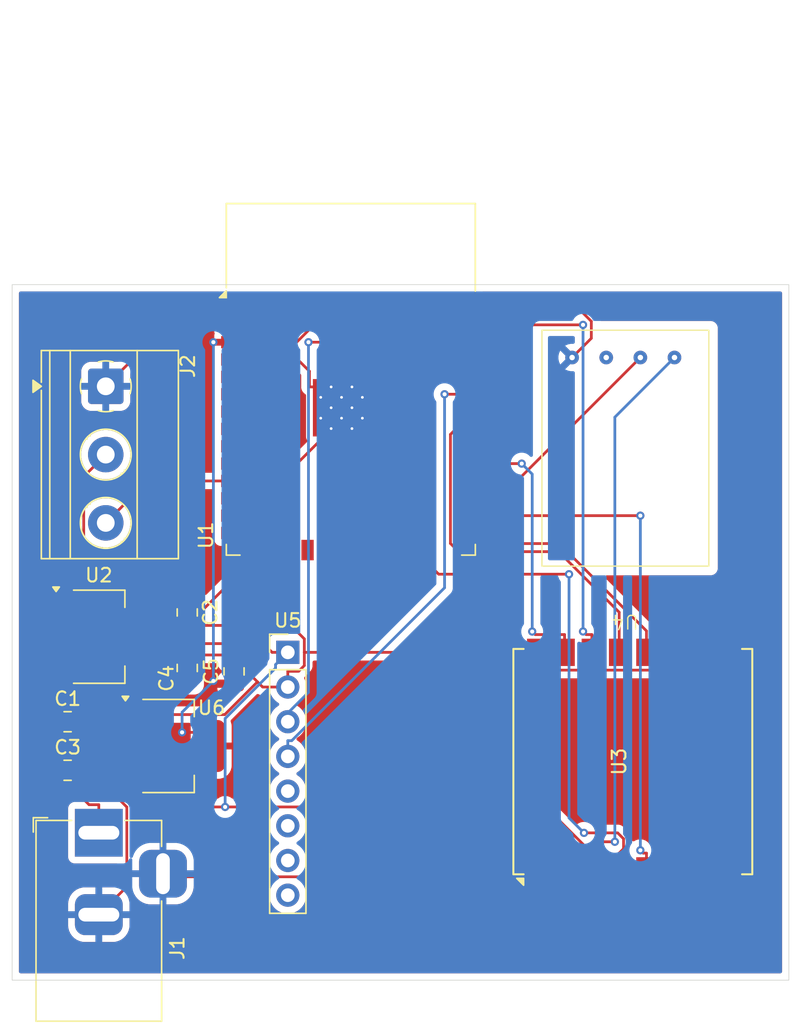
<source format=kicad_pcb>
(kicad_pcb (version 20241229) (generator "pcbnew") (generator_version "9.0")
  (layers (0 "F.Cu" signal) (2 "B.Cu" signal) (13 "F.Paste" user) (15 "B.Paste" user) (5 "F.SilkS" user "F.Silkscreen") (7 "B.SilkS" user "B.Silkscreen") (1 "F.Mask" user) (3 "B.Mask" user) (25 "Edge.Cuts" user))
  (net 0 "")
  (net 1 "GND")
  (net 2 "Net-(U2-VI)")
  (net 3 "+5V")
  (net 4 "+3.3V")
  (net 5 "/Soil_moisture")
  (net 6 "/DATA")
  (net 9 "/MISO")
  (net 10 "/SCK")
  (net 18 "/SDA")
  (net 27 "/SCL")
  (net 31 "/DIO0")
  (net 34 "/~{NSS}")
  (net 35 "/MOSI")
  (net 36 "/~{RESET}")
  (footprint "Connector_BarrelJack:BarrelJack_Horizontal" (layer "F.Cu") (at 145.923 91.313 90)
    (property "Reference" "J1" (at -8.45 5.75 90) (layer "F.SilkS"))
    (property "Value" "Barrel_Jack_Switch")
    (fp_line (start 0.05 -4.8) (end 1.1 -4.8) (stroke (width 0.12)) (layer "F.SilkS"))
    (fp_line (start 0.9 -4.6) (end 0.9 -2) (stroke (width 0.12)) (layer "F.SilkS"))
    (fp_line (start -13.8 -4.6) (end 0.9 -4.6) (stroke (width 0.12)) (layer "F.SilkS"))
    (fp_line (start 1.1 -3.75) (end 1.1 -4.8) (stroke (width 0.12)) (layer "F.SilkS"))
    (fp_line (start 0.9 1.9) (end 0.9 4.6) (stroke (width 0.12)) (layer "F.SilkS"))
    (fp_line (start 0.9 4.6) (end -1 4.6) (stroke (width 0.12)) (layer "F.SilkS"))
    (fp_line (start -5 4.6) (end -13.8 4.6) (stroke (width 0.12)) (layer "F.SilkS"))
    (fp_line (start -13.8 4.6) (end -13.8 -4.6) (stroke (width 0.12)) (layer "F.SilkS"))
    (pad "1" thru_hole rect (at 0 0 90) (size 3.5 3.5) (drill oval 1 3) (layers "*.Cu" "*.Mask") (net 2 "Net-(U2-VI)"))
    (pad "2" thru_hole roundrect (at -6 0 90) (size 3 3.5) (drill oval 1 3) (layers "*.Cu" "*.Mask") (net 1 "GND"))
    (pad "3" thru_hole roundrect (at -3 4.7 90) (size 3.5 3.5) (drill oval 3 1) (layers "*.Cu" "*.Mask") (net 1 "GND"))
  )
  (footprint "Connector_PinHeader_2.54mm:PinHeader_1x08_P2.54mm_Vertical" (layer "F.Cu") (at 159.766 78.105)
    (property "Reference" "U5" (at 0 -2.33 0) (layer "F.SilkS"))
    (property "Value" "~")
    (fp_line (start -1.33 -1.33) (end 0 -1.33) (stroke (width 0.12)) (layer "F.SilkS"))
    (fp_line (start -1.33 0) (end -1.33 -1.33) (stroke (width 0.12)) (layer "F.SilkS"))
    (fp_line (start -1.33 1.27) (end -1.33 19.11) (stroke (width 0.12)) (layer "F.SilkS"))
    (fp_line (start -1.33 1.27) (end 1.33 1.27) (stroke (width 0.12)) (layer "F.SilkS"))
    (fp_line (start -1.33 19.11) (end 1.33 19.11) (stroke (width 0.12)) (layer "F.SilkS"))
    (fp_line (start 1.33 1.27) (end 1.33 19.11) (stroke (width 0.12)) (layer "F.SilkS"))
    (pad "1" thru_hole rect (at 0 0) (size 1.7 1.7) (drill 1) (layers "*.Cu" "*.Mask") (net 3 "+5V"))
    (pad "2" thru_hole oval (at 0 2.54) (size 1.7 1.7) (drill 1) (layers "*.Cu" "*.Mask") (net 1 "GND"))
    (pad "3" thru_hole oval (at 0 5.08) (size 1.7 1.7) (drill 1) (layers "*.Cu" "*.Mask") (net 27 "/SCL"))
    (pad "4" thru_hole oval (at 0 7.62) (size 1.7 1.7) (drill 1) (layers "*.Cu" "*.Mask") (net 18 "/SDA"))
    (pad "5" thru_hole oval (at 0 10.16) (size 1.7 1.7) (drill 1) (layers "*.Cu" "*.Mask"))
    (pad "6" thru_hole oval (at 0 12.7) (size 1.7 1.7) (drill 1) (layers "*.Cu" "*.Mask"))
    (pad "7" thru_hole oval (at 0 15.24) (size 1.7 1.7) (drill 1) (layers "*.Cu" "*.Mask"))
    (pad "8" thru_hole oval (at 0 17.78) (size 1.7 1.7) (drill 1) (layers "*.Cu" "*.Mask"))
  )
  (footprint "Capacitor_SMD:C_0805_2012Metric" (layer "F.Cu") (at 155.829 79.502 90)
    (property "Reference" "C5" (at 0 -1.68 90) (layer "F.SilkS"))
    (property "Value" "0.1u")
    (fp_line (start -0.261252 -0.735) (end 0.261252 -0.735) (stroke (width 0.12)) (layer "F.SilkS"))
    (fp_line (start -0.261252 0.735) (end 0.261252 0.735) (stroke (width 0.12)) (layer "F.SilkS"))
    (pad "1" smd roundrect (at -0.95 0 90) (size 1 1.45) (layers "F.Cu" "F.Mask" "F.Paste") (net 4 "+3.3V"))
    (pad "2" smd roundrect (at 0.95 0 90) (size 1 1.45) (layers "F.Cu" "F.Mask" "F.Paste") (net 1 "GND"))
  )
  (footprint "TerminalBlock_Phoenix:TerminalBlock_Phoenix_MKDS-1,5-3_1x03_P5.00mm_Horizontal" (layer "F.Cu") (at 146.431 58.627 -90)
    (property "Reference" "J2" (at -1.477 -6.0145 90) (layer "F.SilkS"))
    (property "Value" "Conn_01x03_Socket")
    (fp_line (start -2.62 4.72) (end -0.3 4.72) (stroke (width 0.12)) (layer "F.SilkS"))
    (fp_line (start 0.3 4.72) (end 12.62 4.72) (stroke (width 0.12)) (layer "F.SilkS"))
    (fp_line (start -2.62 4.1) (end 12.62 4.1) (stroke (width 0.12)) (layer "F.SilkS"))
    (fp_line (start -2.62 2.6) (end 12.62 2.6) (stroke (width 0.12)) (layer "F.SilkS"))
    (fp_line (start 3.86 1.367) (end 3.816 1.41) (stroke (width 0.12)) (layer "F.SilkS"))
    (fp_line (start 8.86 1.367) (end 8.816 1.41) (stroke (width 0.12)) (layer "F.SilkS"))
    (fp_line (start 3.633 1.14) (end 3.589 1.183) (stroke (width 0.12)) (layer "F.SilkS"))
    (fp_line (start 8.633 1.14) (end 8.589 1.183) (stroke (width 0.12)) (layer "F.SilkS"))
    (fp_line (start 6.411 -1.184) (end 6.367 -1.14) (stroke (width 0.12)) (layer "F.SilkS"))
    (fp_line (start 11.411 -1.184) (end 11.367 -1.14) (stroke (width 0.12)) (layer "F.SilkS"))
    (fp_line (start 6.184 -1.411) (end 6.14 -1.367) (stroke (width 0.12)) (layer "F.SilkS"))
    (fp_line (start 11.184 -1.411) (end 11.14 -1.367) (stroke (width 0.12)) (layer "F.SilkS"))
    (fp_line (start -2.62 -2.3) (end 12.62 -2.3) (stroke (width 0.12)) (layer "F.SilkS"))
    (fp_line (start -2.62 -5.32) (end -2.62 4.72) (stroke (width 0.12)) (layer "F.SilkS"))
    (fp_line (start -2.62 -5.32) (end 12.62 -5.32) (stroke (width 0.12)) (layer "F.SilkS"))
    (fp_line (start 12.62 -5.32) (end 12.62 4.72) (stroke (width 0.12)) (layer "F.SilkS"))
    (fp_arc (start 0.54 1.78) (mid 0.000355 1.860107) (end -0.539321 1.780206) (stroke (width 0.12)) (layer "F.SilkS"))
    (fp_arc (start -1.78 0.54) (mid -1.860107 0.000355) (end -1.780206 -0.539321) (stroke (width 0.12)) (layer "F.SilkS"))
    (fp_arc (start 1.78 -0.54) (mid 1.860107 -0.000355) (end 1.780206 0.539321) (stroke (width 0.12)) (layer "F.SilkS"))
    (fp_arc (start -0.54 -1.78) (mid -0.000355 -1.860107) (end 0.539321 -1.780206) (stroke (width 0.12)) (layer "F.SilkS"))
    (fp_circle (center 5 0) (end 6.86 0) (stroke (width 0.12)) (fill no) (layer "F.SilkS"))
    (fp_circle (center 10 0) (end 11.86 0) (stroke (width 0.12)) (fill no) (layer "F.SilkS"))
    (fp_poly (pts (xy 0 4.72) (xy 0.44 5.33) (xy -0.44 5.33) (xy 0 4.72)) (stroke (width 0.12)) (fill yes) (layer "F.SilkS"))
    (pad "1" thru_hole roundrect (at 0 0 270) (size 2.6 2.6) (drill 1.3) (layers "*.Cu" "*.Mask") (roundrect_rratio 0.096154) (net 1 "GND"))
    (pad "2" thru_hole circle (at 5 0 270) (size 2.6 2.6) (drill 1.3) (layers "*.Cu" "*.Mask") (net 3 "+5V"))
    (pad "3" thru_hole circle (at 10 0 270) (size 2.6 2.6) (drill 1.3) (layers "*.Cu" "*.Mask") (net 5 "/Soil_moisture"))
  )
  (footprint "Capacitor_SMD:C_0805_2012Metric" (layer "F.Cu") (at 152.4 79.248 90)
    (property "Reference" "C4" (at -0.762 -1.524 90) (layer "F.SilkS"))
    (property "Value" "0.1u")
    (fp_line (start -0.261252 -0.735) (end 0.261252 -0.735) (stroke (width 0.12)) (layer "F.SilkS"))
    (fp_line (start -0.261252 0.735) (end 0.261252 0.735) (stroke (width 0.12)) (layer "F.SilkS"))
    (pad "1" smd roundrect (at -0.95 0 90) (size 1 1.45) (layers "F.Cu" "F.Mask" "F.Paste") (net 3 "+5V"))
    (pad "2" smd roundrect (at 0.95 0 90) (size 1 1.45) (layers "F.Cu" "F.Mask" "F.Paste") (net 1 "GND"))
  )
  (footprint "Capacitor_SMD:C_0805_2012Metric" (layer "F.Cu") (at 152.4 75.184 -90)
    (property "Reference" "C2" (at 0 -1.68 90) (layer "F.SilkS"))
    (property "Value" "0.1u")
    (fp_line (start -0.261252 0.735) (end 0.261252 0.735) (stroke (width 0.12)) (layer "F.SilkS"))
    (fp_line (start -0.261252 -0.735) (end 0.261252 -0.735) (stroke (width 0.12)) (layer "F.SilkS"))
    (pad "1" smd roundrect (at -0.95 0 270) (size 1 1.45) (layers "F.Cu" "F.Mask" "F.Paste") (net 3 "+5V"))
    (pad "2" smd roundrect (at 0.95 0 270) (size 1 1.45) (layers "F.Cu" "F.Mask" "F.Paste") (net 1 "GND"))
  )
  (footprint "Package_TO_SOT_SMD:SOT-223-3_TabPin2" (layer "F.Cu") (at 145.923 76.962)
    (property "Reference" "U2" (at 0 -4.5 0) (layer "F.SilkS"))
    (property "Value" "AMS1117")
    (fp_line (start -1.85 -3.41) (end 1.91 -3.41) (stroke (width 0.12)) (layer "F.SilkS"))
    (fp_line (start -1.85 3.41) (end 1.91 3.41) (stroke (width 0.12)) (layer "F.SilkS"))
    (fp_line (start 1.91 -3.41) (end 1.91 -2.15) (stroke (width 0.12)) (layer "F.SilkS"))
    (fp_line (start 1.91 3.41) (end 1.91 2.15) (stroke (width 0.12)) (layer "F.SilkS"))
    (fp_poly (pts (xy -3.13 -3.31) (xy -3.37 -3.64) (xy -2.89 -3.64) (xy -3.13 -3.31)) (stroke (width 0.12)) (fill yes) (layer "F.SilkS"))
    (pad "1" smd roundrect (at -3.15 -2.3) (size 2 1.5) (layers "F.Cu" "F.Mask" "F.Paste") (net 1 "GND"))
    (pad "2" smd roundrect (at -3.15 0) (size 2 1.5) (layers "F.Cu" "F.Mask" "F.Paste") (net 3 "+5V"))
    (pad "2" smd roundrect (at 3.15 0) (size 2 3.8) (layers "F.Cu" "F.Mask" "F.Paste") (net 3 "+5V"))
    (pad "3" smd roundrect (at -3.15 2.3) (size 2 1.5) (layers "F.Cu" "F.Mask" "F.Paste") (net 2 "Net-(U2-VI)"))
  )
  (footprint "RF_Module:ESP32-WROOM-32" (layer "F.Cu") (at 164.3825 61.107)
    (property "Reference" "U1" (at -10.61 8.43 90) (layer "F.SilkS"))
    (property "Value" "ESP32-WROOM-32")
    (fp_line (start -9.12 -15.86) (end -9.12 -9.7) (stroke (width 0.12)) (layer "F.SilkS"))
    (fp_line (start -9.12 -15.86) (end 9.12 -15.86) (stroke (width 0.12)) (layer "F.SilkS"))
    (fp_line (start -9.12 9.1) (end -9.12 9.88) (stroke (width 0.12)) (layer "F.SilkS"))
    (fp_line (start -9.12 9.88) (end -8.12 9.88) (stroke (width 0.12)) (layer "F.SilkS"))
    (fp_line (start 9.12 -15.86) (end 9.12 -9.445) (stroke (width 0.12)) (layer "F.SilkS"))
    (fp_line (start 9.12 9.1) (end 9.12 9.88) (stroke (width 0.12)) (layer "F.SilkS"))
    (fp_line (start 9.12 9.88) (end 8.12 9.88) (stroke (width 0.12)) (layer "F.SilkS"))
    (fp_poly (pts (xy -9.125 -8.975) (xy -9.625 -8.975) (xy -9.125 -9.475) (xy -9.125 -8.975)) (stroke (width 0.12)) (fill yes) (layer "F.SilkS"))
    (pad "1" smd rect (at -8.75 -8.25) (size 1.5 0.9) (layers "F.Cu" "F.Mask" "F.Paste") (net 1 "GND"))
    (pad "2" smd rect (at -8.75 -6.98) (size 1.5 0.9) (layers "F.Cu" "F.Mask" "F.Paste") (net 4 "+3.3V"))
    (pad "3" smd rect (at -8.75 -5.71) (size 1.5 0.9) (layers "F.Cu" "F.Mask" "F.Paste") (net 4 "+3.3V"))
    (pad "4" smd rect (at -8.75 -4.44) (size 1.5 0.9) (layers "F.Cu" "F.Mask" "F.Paste"))
    (pad "5" smd rect (at -8.75 -3.17) (size 1.5 0.9) (layers "F.Cu" "F.Mask" "F.Paste"))
    (pad "6" smd rect (at -8.75 -1.9) (size 1.5 0.9) (layers "F.Cu" "F.Mask" "F.Paste"))
    (pad "7" smd rect (at -8.75 -0.63) (size 1.5 0.9) (layers "F.Cu" "F.Mask" "F.Paste"))
    (pad "8" smd rect (at -8.75 0.64) (size 1.5 0.9) (layers "F.Cu" "F.Mask" "F.Paste"))
    (pad "9" smd rect (at -8.75 1.91) (size 1.5 0.9) (layers "F.Cu" "F.Mask" "F.Paste"))
    (pad "10" smd rect (at -8.75 3.18) (size 1.5 0.9) (layers "F.Cu" "F.Mask" "F.Paste"))
    (pad "11" smd rect (at -8.75 4.45) (size 1.5 0.9) (layers "F.Cu" "F.Mask" "F.Paste") (net 5 "/Soil_moisture"))
    (pad "12" smd rect (at -8.75 5.72) (size 1.5 0.9) (layers "F.Cu" "F.Mask" "F.Paste"))
    (pad "13" smd rect (at -8.75 6.99) (size 1.5 0.9) (layers "F.Cu" "F.Mask" "F.Paste"))
    (pad "14" smd rect (at -8.75 8.26) (size 1.5 0.9) (layers "F.Cu" "F.Mask" "F.Paste"))
    (pad "15" smd rect (at -5.71 9.51 90) (size 1.5 0.9) (layers "F.Cu" "F.Mask" "F.Paste") (net 1 "GND"))
    (pad "16" smd rect (at -4.44 9.51 90) (size 1.5 0.9) (layers "F.Cu" "F.Mask" "F.Paste"))
    (pad "17" smd rect (at -3.17 9.51 90) (size 1.5 0.9) (layers "F.Cu" "F.Mask" "F.Paste"))
    (pad "18" smd rect (at -1.9 9.51 90) (size 1.5 0.9) (layers "F.Cu" "F.Mask" "F.Paste"))
    (pad "19" smd rect (at -0.63 9.51 90) (size 1.5 0.9) (layers "F.Cu" "F.Mask" "F.Paste"))
    (pad "20" smd rect (at 0.64 9.51 90) (size 1.5 0.9) (layers "F.Cu" "F.Mask" "F.Paste"))
    (pad "21" smd rect (at 1.91 9.51 90) (size 1.5 0.9) (layers "F.Cu" "F.Mask" "F.Paste"))
    (pad "22" smd rect (at 3.18 9.51 90) (size 1.5 0.9) (layers "F.Cu" "F.Mask" "F.Paste"))
    (pad "23" smd rect (at 4.45 9.51 90) (size 1.5 0.9) (layers "F.Cu" "F.Mask" "F.Paste"))
    (pad "24" smd rect (at 5.72 9.51 90) (size 1.5 0.9) (layers "F.Cu" "F.Mask" "F.Paste") (net 36 "/~{RESET}"))
    (pad "25" smd rect (at 8.75 8.26) (size 1.5 0.9) (layers "F.Cu" "F.Mask" "F.Paste"))
    (pad "26" smd rect (at 8.75 6.99) (size 1.5 0.9) (layers "F.Cu" "F.Mask" "F.Paste") (net 31 "/DIO0"))
    (pad "27" smd rect (at 8.75 5.72) (size 1.5 0.9) (layers "F.Cu" "F.Mask" "F.Paste"))
    (pad "28" smd rect (at 8.75 4.45) (size 1.5 0.9) (layers "F.Cu" "F.Mask" "F.Paste") (net 6 "/DATA"))
    (pad "29" smd rect (at 8.75 3.18) (size 1.5 0.9) (layers "F.Cu" "F.Mask" "F.Paste") (net 34 "/~{NSS}"))
    (pad "30" smd rect (at 8.75 1.91) (size 1.5 0.9) (layers "F.Cu" "F.Mask" "F.Paste") (net 10 "/SCK"))
    (pad "31" smd rect (at 8.75 0.64) (size 1.5 0.9) (layers "F.Cu" "F.Mask" "F.Paste") (net 9 "/MISO"))
    (pad "32" smd rect (at 8.75 -0.63) (size 1.5 0.9) (layers "F.Cu" "F.Mask" "F.Paste"))
    (pad "33" smd rect (at 8.75 -1.9) (size 1.5 0.9) (layers "F.Cu" "F.Mask" "F.Paste") (net 18 "/SDA"))
    (pad "34" smd rect (at 8.75 -3.17) (size 1.5 0.9) (layers "F.Cu" "F.Mask" "F.Paste"))
    (pad "35" smd rect (at 8.75 -4.44) (size 1.5 0.9) (layers "F.Cu" "F.Mask" "F.Paste"))
    (pad "36" smd rect (at 8.75 -5.71) (size 1.5 0.9) (layers "F.Cu" "F.Mask" "F.Paste") (net 27 "/SCL"))
    (pad "37" smd rect (at 8.75 -6.98) (size 1.5 0.9) (layers "F.Cu" "F.Mask" "F.Paste") (net 35 "/MOSI"))
    (pad "38" smd rect (at 8.75 -8.25) (size 1.5 0.9) (layers "F.Cu" "F.Mask" "F.Paste") (net 1 "GND"))
    (pad "39" smd rect (at -2.205 -2.435) (size 1.05 1.05) (layers "F.Cu" "F.Paste") (net 1 "GND"))
    (pad "39" thru_hole circle (at -2.205 -1.6725) (size 0.6 0.6) (drill 0.2) (property pad_prop_heatsink) (layers "*.Cu" "F.Mask") (net 1 "GND"))
    (pad "39" smd rect (at -2.205 -0.91) (size 1.05 1.05) (layers "F.Cu" "F.Paste") (net 1 "GND"))
    (pad "39" thru_hole circle (at -2.205 -0.1475) (size 0.6 0.6) (drill 0.2) (property pad_prop_heatsink) (layers "*.Cu" "F.Mask") (net 1 "GND"))
    (pad "39" smd rect (at -2.205 0.615) (size 1.05 1.05) (layers "F.Cu" "F.Paste") (net 1 "GND"))
    (pad "39" thru_hole circle (at -1.4425 -2.435) (size 0.6 0.6) (drill 0.2) (property pad_prop_heatsink) (layers "*.Cu" "F.Mask") (net 1 "GND"))
    (pad "39" thru_hole circle (at -1.4425 -0.91) (size 0.6 0.6) (drill 0.2) (property pad_prop_heatsink) (layers "*.Cu" "F.Mask") (net 1 "GND"))
    (pad "39" thru_hole circle (at -1.4425 0.615) (size 0.6 0.6) (drill 0.2) (property pad_prop_heatsink) (layers "*.Cu" "F.Mask") (net 1 "GND"))
    (pad "39" smd rect (at -0.68 -2.435) (size 1.05 1.05) (layers "F.Cu" "F.Paste") (net 1 "GND"))
    (pad "39" thru_hole circle (at -0.68 -1.6725) (size 0.6 0.6) (drill 0.2) (property pad_prop_heatsink) (layers "*.Cu" "F.Mask") (net 1 "GND"))
    (pad "39" smd rect (at -0.68 -0.91) (size 1.05 1.05) (layers "F.Cu" "F.Paste") (net 1 "GND"))
    (pad "39" smd rect (at -0.68 -0.91) (size 4.2 4.2) (property pad_prop_heatsink) (layers "F.Cu" "F.Mask") (net 1 "GND"))
    (pad "39" thru_hole circle (at -0.68 -0.1475) (size 0.6 0.6) (drill 0.2) (property pad_prop_heatsink) (layers "*.Cu" "F.Mask") (net 1 "GND"))
    (pad "39" smd rect (at -0.68 0.615) (size 1.05 1.05) (layers "F.Cu" "F.Paste") (net 1 "GND"))
    (pad "39" thru_hole circle (at 0.0825 -2.435) (size 0.6 0.6) (drill 0.2) (property pad_prop_heatsink) (layers "*.Cu" "F.Mask") (net 1 "GND"))
    (pad "39" thru_hole circle (at 0.0825 -0.91) (size 0.6 0.6) (drill 0.2) (property pad_prop_heatsink) (layers "*.Cu" "F.Mask") (net 1 "GND"))
    (pad "39" thru_hole circle (at 0.0825 0.615) (size 0.6 0.6) (drill 0.2) (property pad_prop_heatsink) (layers "*.Cu" "F.Mask") (net 1 "GND"))
    (pad "39" smd rect (at 0.845 -2.435) (size 1.05 1.05) (layers "F.Cu" "F.Paste") (net 1 "GND"))
    (pad "39" thru_hole circle (at 0.845 -1.6725) (size 0.6 0.6) (drill 0.2) (property pad_prop_heatsink) (layers "*.Cu" "F.Mask") (net 1 "GND"))
    (pad "39" smd rect (at 0.845 -0.91) (size 1.05 1.05) (layers "F.Cu" "F.Paste") (net 1 "GND"))
    (pad "39" thru_hole circle (at 0.845 -0.1475) (size 0.6 0.6) (drill 0.2) (property pad_prop_heatsink) (layers "*.Cu" "F.Mask") (net 1 "GND"))
    (pad "39" smd rect (at 0.845 0.615) (size 1.05 1.05) (layers "F.Cu" "F.Paste") (net 1 "GND"))
    (zone (net 0) (net_name "") (layers "F.Cu" "B.Cu") (connect_pads (clearance 0)) (min_thickness 0.254)
      (keepout (tracks not_allowed) (vias not_allowed) (pads not_allowed) (copperpour not_allowed) (footprints not_allowed))
      (fill (thermal_gap 0.508) (thermal_bridge_width 0.508))
      (polygon (pts (xy 140.3825 51.307) (xy 188.3825 51.307) (xy 188.3825 30.367) (xy 140.3825 30.367)))
    )
  )
  (footprint "Package_TO_SOT_SMD:SOT-223-3_TabPin2" (layer "F.Cu") (at 151.003 84.963)
    (property "Reference" "U6" (at 3.175 -2.794 0) (layer "F.SilkS"))
    (property "Value" "AMS1117")
    (fp_line (start -1.85 -3.41) (end 1.91 -3.41) (stroke (width 0.12)) (layer "F.SilkS"))
    (fp_line (start -1.85 3.41) (end 1.91 3.41) (stroke (width 0.12)) (layer "F.SilkS"))
    (fp_line (start 1.91 -3.41) (end 1.91 -2.15) (stroke (width 0.12)) (layer "F.SilkS"))
    (fp_line (start 1.91 3.41) (end 1.91 2.15) (stroke (width 0.12)) (layer "F.SilkS"))
    (fp_poly (pts (xy -3.13 -3.31) (xy -3.37 -3.64) (xy -2.89 -3.64) (xy -3.13 -3.31)) (stroke (width 0.12)) (fill yes) (layer "F.SilkS"))
    (pad "1" smd roundrect (at -3.15 -2.3) (size 2 1.5) (layers "F.Cu" "F.Mask" "F.Paste") (net 1 "GND"))
    (pad "2" smd roundrect (at -3.15 0) (size 2 1.5) (layers "F.Cu" "F.Mask" "F.Paste") (net 4 "+3.3V"))
    (pad "2" smd roundrect (at 3.15 0) (size 2 3.8) (layers "F.Cu" "F.Mask" "F.Paste") (net 4 "+3.3V"))
    (pad "3" smd roundrect (at -3.15 2.3) (size 2 1.5) (layers "F.Cu" "F.Mask" "F.Paste") (net 3 "+5V"))
  )
  (footprint "Capacitor_SMD:C_0805_2012Metric" (layer "F.Cu") (at 143.637 83.185)
    (property "Reference" "C1" (at 0 -1.68 0) (layer "F.SilkS"))
    (property "Value" "1u")
    (fp_line (start -0.261252 -0.735) (end 0.261252 -0.735) (stroke (width 0.12)) (layer "F.SilkS"))
    (fp_line (start -0.261252 0.735) (end 0.261252 0.735) (stroke (width 0.12)) (layer "F.SilkS"))
    (pad "1" smd roundrect (at -0.95 0) (size 1 1.45) (layers "F.Cu" "F.Mask" "F.Paste") (net 2 "Net-(U2-VI)"))
    (pad "2" smd roundrect (at 0.95 0) (size 1 1.45) (layers "F.Cu" "F.Mask" "F.Paste") (net 1 "GND"))
  )
  (footprint "RF_Module:Ai-Thinker-Ra-01-LoRa" (layer "F.Cu") (at 185.039 86.106 90)
    (property "Reference" "U3" (at 0 -1 90) (layer "F.SilkS"))
    (property "Value" "Ai-Thinker-Ra-02")
    (fp_line (start 8.25 -8.75) (end 8.25 -8) (stroke (width 0.15)) (layer "F.SilkS"))
    (fp_line (start -8.25 -8.75) (end 8.25 -8.75) (stroke (width 0.15)) (layer "F.SilkS"))
    (fp_line (start -8.25 -8) (end -8.25 -8.75) (stroke (width 0.15)) (layer "F.SilkS"))
    (fp_line (start -8.25 8) (end -8.25 8.75) (stroke (width 0.15)) (layer "F.SilkS"))
    (fp_line (start 8.25 8.75) (end 8.25 8) (stroke (width 0.15)) (layer "F.SilkS"))
    (fp_line (start -8.25 8.75) (end 8.25 8.75) (stroke (width 0.15)) (layer "F.SilkS"))
    (fp_poly (pts (xy -8.55 -8) (xy -9.05 -8) (xy -8.55 -8.5) (xy -8.55 -8)) (stroke (width 0.12)) (fill yes) (layer "F.SilkS"))
    (pad "1" smd rect (at -8 -7 90) (size 2 1.5) (layers "F.Cu" "F.Mask" "F.Paste") (net 1 "GND"))
    (pad "2" smd rect (at -8 -5 90) (size 2 1.5) (layers "F.Cu" "F.Mask" "F.Paste") (net 1 "GND"))
    (pad "3" smd rect (at -8 -3 90) (size 2 1.5) (layers "F.Cu" "F.Mask" "F.Paste") (net 3 "+5V"))
    (pad "4" smd rect (at -8 -1 90) (size 2 1.5) (layers "F.Cu" "F.Mask" "F.Paste") (net 36 "/~{RESET}"))
    (pad "5" smd rect (at -8 1 90) (size 2 1.5) (layers "F.Cu" "F.Mask" "F.Paste") (net 31 "/DIO0"))
    (pad "6" smd rect (at -8 3 90) (size 2 1.5) (layers "F.Cu" "F.Mask" "F.Paste"))
    (pad "7" smd rect (at -8 5 90) (size 2 1.5) (layers "F.Cu" "F.Mask" "F.Paste"))
    (pad "8" smd rect (at -8 7 90) (size 2 1.5) (layers "F.Cu" "F.Mask" "F.Paste"))
    (pad "9" smd rect (at 8 7 90) (size 2 1.5) (layers "F.Cu" "F.Mask" "F.Paste") (net 1 "GND"))
    (pad "10" smd rect (at 8 5 90) (size 2 1.5) (layers "F.Cu" "F.Mask" "F.Paste"))
    (pad "11" smd rect (at 8 3 90) (size 2 1.5) (layers "F.Cu" "F.Mask" "F.Paste"))
    (pad "12" smd rect (at 8 1 90) (size 2 1.5) (layers "F.Cu" "F.Mask" "F.Paste") (net 10 "/SCK"))
    (pad "13" smd rect (at 8 -1 90) (size 2 1.5) (layers "F.Cu" "F.Mask" "F.Paste") (net 9 "/MISO"))
    (pad "14" smd rect (at 8 -3 90) (size 2 1.5) (layers "F.Cu" "F.Mask" "F.Paste") (net 35 "/MOSI"))
    (pad "15" smd rect (at 8 -5 90) (size 2 1.5) (layers "F.Cu" "F.Mask" "F.Paste") (net 34 "/~{NSS}"))
    (pad "16" smd rect (at 8 -7 90) (size 2 1.5) (layers "F.Cu" "F.Mask" "F.Paste") (net 1 "GND"))
  )
  (footprint "dht11:dht11_standalone" (layer "F.Cu") (at 190.5905 54.5195 180)
    (property "Reference" "U4" (at 6.113 -21.336 180) (layer "F.SilkS") (effects (font (thickness 0.1))))
    (property "Value" "DHT11")
    (fp_rect (start -0.017 -17.272) (end 12.209 0) (stroke (width 0.1)) (fill no) (layer "F.SilkS"))
    (pad "1" thru_hole circle (at 2.5 -2 180) (size 1 1) (drill 0.4) (layers "*.Cu" "*.Mask") (net 3 "+5V"))
    (pad "2" thru_hole circle (at 5 -2 180) (size 1 1) (drill 0.4) (layers "*.Cu" "*.Mask") (net 6 "/DATA"))
    (pad "3" thru_hole circle (at 7.5 -2 180) (size 1 1) (drill 0.4) (layers "*.Cu" "*.Mask"))
    (pad "4" thru_hole circle (at 10 -2 180) (size 1 1) (drill 0.4) (layers "*.Cu" "*.Mask") (net 1 "GND"))
  )
  (footprint "Capacitor_SMD:C_0805_2012Metric" (layer "F.Cu") (at 143.637 86.741)
    (property "Reference" "C3" (at 0 -1.68 0) (layer "F.SilkS"))
    (property "Value" "1u")
    (fp_line (start -0.261252 -0.735) (end 0.261252 -0.735) (stroke (width 0.12)) (layer "F.SilkS"))
    (fp_line (start -0.261252 0.735) (end 0.261252 0.735) (stroke (width 0.12)) (layer "F.SilkS"))
    (pad "1" smd roundrect (at -0.95 0) (size 1 1.45) (layers "F.Cu" "F.Mask" "F.Paste") (net 2 "Net-(U2-VI)"))
    (pad "2" smd roundrect (at 0.95 0) (size 1 1.45) (layers "F.Cu" "F.Mask" "F.Paste") (net 1 "GND"))
  )
  (gr_rect (start 139.573 51.181) (end 196.469 102.108) (stroke (width 0.05)) (fill no) (layer "Edge.Cuts"))
  (segment (start 147.9747 94.313) (end 150.623 94.313) (width 0.2) (layer "F.Cu") (net 1))
  (segment (start 144.587 86.741) (end 144.587 83.185) (width 0.2) (layer "F.Cu") (net 1))
  (segment (start 162.94 61.722) (end 162.1775 61.722) (width 0.2) (layer "F.Cu") (net 1))
  (segment (start 160.9763 77.1199) (end 159.9904 76.134) (width 0.2) (layer "F.Cu") (net 1))
  (segment (start 159.9904 76.134) (end 152.4 76.134) (width 0.2) (layer "F.Cu") (net 1))
  (segment (start 162.1775 61.722) (end 162.1775 62.5487) (width 0.2) (layer "F.Cu") (net 1))
  (segment (start 158.6725 70.617) (end 158.6725 66.0537) (width 0.2) (layer "F.Cu") (net 1))
  (segment (start 163.7025 61.722) (end 162.94 61.722) (width 0.2) (layer "F.Cu") (net 1))
  (segment (start 163.7025 58.672) (end 162.94 58.672) (width 0.2) (layer "F.Cu") (net 1))
  (segment (start 162.1775 58.672) (end 161.3508 58.672) (width 0.2) (layer "F.Cu") (net 1))
  (segment (start 160.5578 79.4933) (end 160.9763 79.0748) (width 0.2) (layer "F.Cu") (net 1))
  (segment (start 181.9988 55.1112) (end 181.9988 53.868) (width 0.2) (layer "F.Cu") (net 1))
  (segment (start 147.9747 95.2613) (end 147.9747 94.313) (width 0.2) (layer "F.Cu") (net 1))
  (segment (start 178.039 78.106) (end 176.9873 78.106) (width 0.2) (layer "F.Cu") (net 1))
  (segment (start 176.5538 94.5395) (end 150.8495 94.5395) (width 0.2) (layer "F.Cu") (net 1))
  (segment (start 145.2821 86.741) (end 144.587 86.741) (width 0.2) (layer "F.Cu") (net 1))
  (segment (start 160.9763 78.106) (end 160.9763 77.1199) (width 0.2) (layer "F.Cu") (net 1))
  (segment (start 147.9747 89.4336) (end 145.2821 86.741) (width 0.2) (layer "F.Cu") (net 1))
  (segment (start 159.1902 80.645) (end 157.922 80.645) (width 0.2) (layer "F.Cu") (net 1))
  (segment (start 192.039 78.106) (end 192.039 79.4077) (width 0.2) (layer "F.Cu") (net 1))
  (segment (start 144.587 83.185) (end 147.331 83.185) (width 0.2) (layer "F.Cu") (net 1))
  (segment (start 147.331 83.185) (end 147.853 82.663) (width 0.2) (layer "F.Cu") (net 1))
  (segment (start 159.766 79.4933) (end 160.5578 79.4933) (width 0.2) (layer "F.Cu") (net 1))
  (segment (start 150.8495 94.5395) (end 150.623 94.313) (width 0.2) (layer "F.Cu") (net 1))
  (segment (start 164.465 58.672) (end 163.7025 58.672) (width 0.2) (layer "F.Cu") (net 1))
  (segment (start 159.766 80.645) (end 159.1902 80.645) (width 0.2) (layer "F.Cu") (net 1))
  (segment (start 157.5441 80.267) (end 155.829 78.552) (width 0.2) (layer "F.Cu") (net 1))
  (segment (start 158.6725 66.0537) (end 162.1775 62.5487) (width 0.2) (layer "F.Cu") (net 1))
  (segment (start 176.9873 94.106) (end 176.5538 94.5395) (width 0.2) (layer "F.Cu") (net 1))
  (segment (start 158.6725 71.1428) (end 158.6725 71.6687) (width 0.2) (layer "F.Cu") (net 1))
  (segment (start 164.465 61.722) (end 163.7025 61.722) (width 0.2) (layer "F.Cu") (net 1))
  (segment (start 165.2275 60.197) (end 164.465 60.197) (width 0.2) (layer "F.Cu") (net 1))
  (segment (start 145.923 97.313) (end 147.9747 95.2613) (width 0.2) (layer "F.Cu") (net 1))
  (segment (start 147.853 82.663) (end 155.1481 82.663) (width 0.2) (layer "F.Cu") (net 1))
  (segment (start 159.766 80.645) (end 159.766 79.4933) (width 0.2) (layer "F.Cu") (net 1))
  (segment (start 150.928 74.662) (end 152.4 76.134) (width 0.2) (layer "F.Cu") (net 1))
  (segment (start 176.9873 78.106) (end 160.9763 78.106) (width 0.2) (layer "F.Cu") (net 1))
  (segment (start 180.9878 52.857) (end 173.1325 52.857) (width 0.2) (layer "F.Cu") (net 1))
  (segment (start 156.6842 52.857) (end 159.8186 55.9914) (width 0.2) (layer "F.Cu") (net 1))
  (segment (start 192.039 79.4077) (end 178.039 79.4077) (width 0.2) (layer "F.Cu") (net 1))
  (segment (start 152.201 52.857) (end 155.6325 52.857) (width 0.2) (layer "F.Cu") (net 1))
  (segment (start 165.2275 61.722) (end 164.465 61.722) (width 0.2) (layer "F.Cu") (net 1))
  (segment (start 163.7025 60.9595) (end 162.1775 60.9595) (width 0.2) (layer "F.Cu") (net 1))
  (segment (start 159.8186 55.9914) (end 161.3508 57.5236) (width 0.2) (layer "F.Cu") (net 1))
  (segment (start 165.2275 58.672) (end 164.465 58.672) (width 0.2) (layer "F.Cu") (net 1))
  (segment (start 158.6725 71.1428) (end 158.6725 70.617) (width 0.2) (layer "F.Cu") (net 1))
  (segment (start 160.9763 79.0748) (end 160.9763 78.106) (width 0.2) (layer "F.Cu") (net 1))
  (segment (start 162.953 52.857) (end 173.1325 52.857) (width 0.2) (layer "F.Cu") (net 1))
  (segment (start 180.5905 56.5195) (end 181.9988 55.1112) (width 0.2) (layer "F.Cu") (net 1))
  (segment (start 155.575 78.298) (end 152.4 78.298) (width 0.2) (layer "F.Cu") (net 1))
  (segment (start 180.039 94.106) (end 178.039 94.106) (width 0.2) (layer "F.Cu") (net 1))
  (segment (start 157.922 80.645) (end 157.5441 80.267) (width 0.2) (layer "F.Cu") (net 1))
  (segment (start 161.3508 57.5236) (end 161.3508 58.672) (width 0.2) (layer "F.Cu") (net 1))
  (segment (start 165.2275 59.4345) (end 163.7025 59.4345) (width 0.2) (layer "F.Cu") (net 1))
  (segment (start 164.465 60.197) (end 163.7025 60.197) (width 0.2) (layer "F.Cu") (net 1))
  (segment (start 155.1481 82.663) (end 157.5441 80.267) (width 0.2) (layer "F.Cu") (net 1))
  (segment (start 178.039 94.106) (end 176.9873 94.106) (width 0.2) (layer "F.Cu") (net 1))
  (segment (start 155.6325 52.857) (end 156.6842 52.857) (width 0.2) (layer "F.Cu") (net 1))
  (segment (start 147.9747 94.313) (end 147.9747 89.4336) (width 0.2) (layer "F.Cu") (net 1))
  (segment (start 158.6725 71.6687) (end 156.8653 71.6687) (width 0.2) (layer "F.Cu") (net 1))
  (segment (start 146.431 58.627) (end 152.201 52.857) (width 0.2) (layer "F.Cu") (net 1))
  (segment (start 155.829 78.552) (end 155.575 78.298) (width 0.2) (layer "F.Cu") (net 1))
  (segment (start 181.9988 53.868) (end 180.9878 52.857) (width 0.2) (layer "F.Cu") (net 1))
  (segment (start 162.94 60.197) (end 162.1775 60.197) (width 0.2) (layer "F.Cu") (net 1))
  (segment (start 156.8653 71.6687) (end 152.4 76.134) (width 0.2) (layer "F.Cu") (net 1))
  (segment (start 178.039 78.106) (end 178.039 79.4077) (width 0.2) (layer "F.Cu") (net 1))
  (segment (start 163.7025 60.197) (end 162.94 60.197) (width 0.2) (layer "F.Cu") (net 1))
  (segment (start 165.2275 60.9595) (end 163.7025 60.9595) (width 0.2) (layer "F.Cu") (net 1))
  (segment (start 162.94 58.672) (end 162.1775 58.672) (width 0.2) (layer "F.Cu") (net 1))
  (segment (start 142.773 74.662) (end 150.928 74.662) (width 0.2) (layer "F.Cu") (net 1))
  (segment (start 159.8186 55.9914) (end 162.953 52.857) (width 0.2) (layer "F.Cu") (net 1))
  (segment (start 163.7025 59.4345) (end 163.7025 60.9595) (width 0.2) (layer "B.Cu") (net 1))
  (segment (start 162.94 61.722) (end 162.94 60.9595) (width 0.2) (layer "B.Cu") (net 1))
  (segment (start 162.94 60.197) (end 162.94 58.672) (width 0.2) (layer "B.Cu") (net 1))
  (segment (start 162.94 60.9595) (end 162.94 60.197) (width 0.2) (layer "B.Cu") (net 1))
  (segment (start 162.1775 60.9595) (end 162.94 60.9595) (width 0.2) (layer "B.Cu") (net 1))
  (segment (start 162.1775 60.9595) (end 162.1775 59.4345) (width 0.2) (layer "B.Cu") (net 1))
  (segment (start 145.923 91.313) (end 145.923 89.2613) (width 0.2) (layer "F.Cu") (net 2))
  (segment (start 142.687 79.348) (end 142.773 79.262) (width 0.2) (layer "F.Cu") (net 2))
  (segment (start 142.687 83.185) (end 142.687 79.348) (width 0.2) (layer "F.Cu") (net 2))
  (segment (start 145.923 89.2613) (end 145.2073 89.2613) (width 0.2) (layer "F.Cu") (net 2))
  (segment (start 142.687 86.741) (end 142.687 83.185) (width 0.2) (layer "F.Cu") (net 2))
  (segment (start 145.2073 89.2613) (end 142.687 86.741) (width 0.2) (layer "F.Cu") (net 2))
  (segment (start 155.1744 89.4262) (end 150.0162 89.4262) (width 0.2) (layer "F.Cu") (net 3))
  (segment (start 142.773 76.962) (end 149.073 76.962) (width 0.2) (layer "F.Cu") (net 3))
  (segment (start 142.4272 72.7108) (end 141.4365 73.7015) (width 0.2) (layer "F.Cu") (net 3))
  (segment (start 182.039 94.106) (end 182.039 92.8043) (width 0.2) (layer "F.Cu") (net 3))
  (segment (start 158.6143 78.105) (end 157.9742 77.4649) (width 0.2) (layer "F.Cu") (net 3))
  (segment (start 146.3384 74.234) (end 144.8152 72.7108) (width 0.2) (layer "F.Cu") (net 3))
  (segment (start 150.0162 89.4262) (end 147.853 87.263) (width 0.2) (layer "F.Cu") (net 3))
  (segment (start 159.766 78.105) (end 158.6143 78.105) (width 0.2) (layer "F.Cu") (net 3))
  (segment (start 157.9742 77.4649) (end 151.3065 77.4649) (width 0.2) (layer "F.Cu") (net 3))
  (segment (start 182.039 92.8043) (end 182.8671 91.9762) (width 0.2) (layer "F.Cu") (net 3))
  (segment (start 141.4365 75.6255) (end 142.773 76.962) (width 0.2) (layer "F.Cu") (net 3))
  (segment (start 151.3065 79.1045) (end 152.4 80.198) (width 0.2) (layer "F.Cu") (net 3))
  (segment (start 144.8152 65.2428) (end 144.8152 72.7108) (width 0.2) (layer "F.Cu") (net 3))
  (segment (start 155.1744 89.4262) (end 178.6609 89.4262) (width 0.2) (layer "F.Cu") (net 3))
  (segment (start 182.8671 91.9762) (end 183.7224 91.9762) (width 0.2) (layer "F.Cu") (net 3))
  (segment (start 144.8152 72.7108) (end 142.4272 72.7108) (width 0.2) (layer "F.Cu") (net 3))
  (segment (start 151.3065 77.4649) (end 151.3065 79.1045) (width 0.2) (layer "F.Cu") (net 3))
  (segment (start 151.3065 77.4649) (end 149.5759 77.4649) (width 0.2) (layer "F.Cu") (net 3))
  (segment (start 149.5759 77.4649) (end 149.073 76.962) (width 0.2) (layer "F.Cu") (net 3))
  (segment (start 152.4 74.234) (end 146.3384 74.234) (width 0.2) (layer "F.Cu") (net 3))
  (segment (start 178.6609 89.4262) (end 182.039 92.8043) (width 0.2) (layer "F.Cu") (net 3))
  (segment (start 141.4365 73.7015) (end 141.4365 75.6255) (width 0.2) (layer "F.Cu") (net 3))
  (segment (start 146.431 63.627) (end 144.8152 65.2428) (width 0.2) (layer "F.Cu") (net 3))
  (via (at 155.1744 89.4262) (size 0.6) (drill 0.3) (layers "F.Cu" "B.Cu") (net 3))
  (via (at 183.7224 91.9762) (size 0.6) (drill 0.3) (layers "F.Cu" "B.Cu") (net 3))
  (segment (start 159.766 78.105) (end 158.8683 79.0027) (width 0.2) (layer "B.Cu") (net 3))
  (segment (start 183.7224 60.8876) (end 183.7224 91.9762) (width 0.2) (layer "B.Cu") (net 3))
  (segment (start 188.0905 56.5195) (end 183.7224 60.8876) (width 0.2) (layer "B.Cu") (net 3))
  (segment (start 158.8683 79.0027) (end 158.8683 79.2567) (width 0.2) (layer "B.Cu") (net 3))
  (segment (start 155.1744 82.9506) (end 155.1744 89.4262) (width 0.2) (layer "B.Cu") (net 3))
  (segment (start 158.8683 79.2567) (end 155.1744 82.9506) (width 0.2) (layer "B.Cu") (net 3))
  (segment (start 153.1543 83.9643) (end 154.153 84.963) (width 0.2) (layer "F.Cu") (net 4))
  (segment (start 156.0575 55.397) (end 156.6842 55.397) (width 0.2) (layer "F.Cu") (net 4))
  (segment (start 156.0575 55.397) (end 155.6325 55.397) (width 0.2) (layer "F.Cu") (net 4))
  (segment (start 154.153 84.963) (end 147.853 84.963) (width 0.2) (layer "F.Cu") (net 4))
  (segment (start 154.5808 55.397) (end 154.3148 55.397) (width 0.2) (layer "F.Cu") (net 4))
  (segment (start 155.829 80.452) (end 155.5773 80.2003) (width 0.2) (layer "F.Cu") (net 4))
  (segment (start 152.0217 83.9643) (end 153.1543 83.9643) (width 0.2) (layer "F.Cu") (net 4))
  (segment (start 155.5773 80.2003) (end 154.3148 80.2003) (width 0.2) (layer "F.Cu") (net 4))
  (segment (start 156.6842 55.397) (end 156.6842 54.127) (width 0.2) (layer "F.Cu") (net 4))
  (segment (start 155.6325 54.127) (end 156.6842 54.127) (width 0.2) (layer "F.Cu") (net 4))
  (segment (start 155.6325 55.397) (end 154.5808 55.397) (width 0.2) (layer "F.Cu") (net 4))
  (via (at 152.0217 83.9643) (size 0.6) (drill 0.3) (layers "F.Cu" "B.Cu") (net 4))
  (via (at 154.3148 55.397) (size 0.6) (drill 0.3) (layers "F.Cu" "B.Cu") (net 4))
  (via (at 154.3148 80.2003) (size 0.6) (drill 0.3) (layers "F.Cu" "B.Cu") (net 4))
  (segment (start 152.0217 82.4934) (end 152.0217 83.9643) (width 0.2) (layer "B.Cu") (net 4))
  (segment (start 154.3148 80.2003) (end 152.0217 82.4934) (width 0.2) (layer "B.Cu") (net 4))
  (segment (start 154.3148 80.2003) (end 154.3148 55.397) (width 0.2) (layer "B.Cu") (net 4))
  (segment (start 146.431 68.627) (end 149.501 65.557) (width 0.2) (layer "F.Cu") (net 5))
  (segment (start 149.501 65.557) (end 155.6325 65.557) (width 0.2) (layer "F.Cu") (net 5))
  (segment (start 173.1325 65.557) (end 176.553 65.557) (width 0.2) (layer "F.Cu") (net 6))
  (segment (start 176.553 65.557) (end 185.5905 56.5195) (width 0.2) (layer "F.Cu") (net 6))
  (segment (start 172.0808 61.747) (end 171.6791 62.1487) (width 0.2) (layer "F.Cu") (net 9))
  (segment (start 173.1325 61.747) (end 172.0808 61.747) (width 0.2) (layer "F.Cu") (net 9))
  (segment (start 171.6791 62.1487) (end 171.6791 70.134) (width 0.2) (layer "F.Cu") (net 9))
  (segment (start 172.2774 70.7323) (end 179.6007 70.7323) (width 0.2) (layer "F.Cu") (net 9))
  (segment (start 184.039 75.1706) (end 184.039 78.106) (width 0.2) (layer "F.Cu") (net 9))
  (segment (start 171.6791 70.134) (end 172.2774 70.7323) (width 0.2) (layer "F.Cu") (net 9))
  (segment (start 179.6007 70.7323) (end 184.039 75.1706) (width 0.2) (layer "F.Cu") (net 9))
  (segment (start 172.0808 69.9677) (end 172.2546 70.1415) (width 0.2) (layer "F.Cu") (net 10))
  (segment (start 172.0808 63.017) (end 172.0808 69.9677) (width 0.2) (layer "F.Cu") (net 10))
  (segment (start 186.039 76.5354) (end 186.039 78.106) (width 0.2) (layer "F.Cu") (net 10))
  (segment (start 172.2546 70.1415) (end 179.6451 70.1415) (width 0.2) (layer "F.Cu") (net 10))
  (segment (start 173.1325 63.017) (end 172.0808 63.017) (width 0.2) (layer "F.Cu") (net 10))
  (segment (start 179.6451 70.1415) (end 186.039 76.5354) (width 0.2) (layer "F.Cu") (net 10))
  (segment (start 173.1325 59.207) (end 171.2492 59.207) (width 0.2) (layer "F.Cu") (net 18))
  (via (at 171.2492 59.207) (size 0.6) (drill 0.3) (layers "F.Cu" "B.Cu") (net 18))
  (segment (start 171.2492 73.378) (end 171.2492 59.207) (width 0.2) (layer "B.Cu") (net 18))
  (segment (start 159.766 84.5733) (end 160.0539 84.5733) (width 0.2) (layer "B.Cu") (net 18))
  (segment (start 160.0539 84.5733) (end 171.2492 73.378) (width 0.2) (layer "B.Cu") (net 18))
  (segment (start 159.766 85.725) (end 159.766 84.5733) (width 0.2) (layer "B.Cu") (net 18))
  (segment (start 173.1325 55.397) (end 161.2801 55.397) (width 0.2) (layer "F.Cu") (net 27))
  (via (at 161.2801 55.397) (size 0.6) (drill 0.3) (layers "F.Cu" "B.Cu") (net 27))
  (segment (start 159.766 82.55) (end 161.2801 81.0359) (width 0.2) (layer "B.Cu") (net 27))
  (segment (start 161.2801 81.0359) (end 161.2801 55.397) (width 0.2) (layer "B.Cu") (net 27))
  (segment (start 159.766 83.185) (end 159.766 82.55) (width 0.2) (layer "B.Cu") (net 27))
  (segment (start 173.1325 68.097) (end 185.5905 68.097) (width 0.2) (layer "F.Cu") (net 31))
  (segment (start 185.5905 92.5973) (end 185.7975 92.8043) (width 0.2) (layer "F.Cu") (net 31))
  (segment (start 186.039 94.106) (end 186.039 92.8043) (width 0.2) (layer "F.Cu") (net 31))
  (segment (start 185.7975 92.8043) (end 186.039 92.8043) (width 0.2) (layer "F.Cu") (net 31))
  (via (at 185.5905 92.5973) (size 0.6) (drill 0.3) (layers "F.Cu" "B.Cu") (net 31))
  (via (at 185.5905 68.097) (size 0.6) (drill 0.3) (layers "F.Cu" "B.Cu") (net 31))
  (segment (start 185.5905 92.5973) (end 185.5905 68.097) (width 0.2) (layer "B.Cu") (net 31))
  (segment (start 173.1325 64.287) (end 176.8998 64.287) (width 0.2) (layer "F.Cu") (net 34))
  (segment (start 177.8907 76.8043) (end 177.6685 76.5821) (width 0.2) (layer "F.Cu") (net 34))
  (segment (start 180.039 78.106) (end 180.039 76.8043) (width 0.2) (layer "F.Cu") (net 34))
  (segment (start 180.039 76.8043) (end 177.8907 76.8043) (width 0.2) (layer "F.Cu") (net 34))
  (via (at 176.8998 64.287) (size 0.6) (drill 0.3) (layers "F.Cu" "B.Cu") (net 34))
  (via (at 177.6685 76.5821) (size 0.6) (drill 0.3) (layers "F.Cu" "B.Cu") (net 34))
  (segment (start 177.6685 76.5821) (end 177.6685 65.0557) (width 0.2) (layer "B.Cu") (net 34))
  (segment (start 177.6685 65.0557) (end 176.8998 64.287) (width 0.2) (layer "B.Cu") (net 34))
  (segment (start 182.039 78.106) (end 182.039 76.8043) (width 0.2) (layer "F.Cu") (net 35))
  (segment (start 173.1325 54.127) (end 181.3922 54.127) (width 0.2) (layer "F.Cu") (net 35))
  (segment (start 182.039 76.8043) (end 181.6193 76.8043) (width 0.2) (layer "F.Cu") (net 35))
  (segment (start 181.6193 76.8043) (end 181.3922 76.5772) (width 0.2) (layer "F.Cu") (net 35))
  (via (at 181.3922 54.127) (size 0.6) (drill 0.3) (layers "F.Cu" "B.Cu") (net 35))
  (via (at 181.3922 76.5772) (size 0.6) (drill 0.3) (layers "F.Cu" "B.Cu") (net 35))
  (segment (start 181.3922 54.127) (end 181.3922 76.5772) (width 0.2) (layer "B.Cu") (net 35))
  (segment (start 183.9281 91.3238) (end 181.4616 91.3238) (width 0.2) (layer "F.Cu") (net 36))
  (segment (start 184.3602 92.4831) (end 184.3602 91.7559) (width 0.2) (layer "F.Cu") (net 36))
  (segment (start 180.3662 72.3838) (end 170.8176 72.3838) (width 0.2) (layer "F.Cu") (net 36))
  (segment (start 170.8176 72.3838) (end 170.1025 71.6687) (width 0.2) (layer "F.Cu") (net 36))
  (segment (start 184.039 94.106) (end 184.039 92.8043) (width 0.2) (layer "F.Cu") (net 36))
  (segment (start 170.1025 70.617) (end 170.1025 71.6687) (width 0.2) (layer "F.Cu") (net 36))
  (segment (start 184.039 92.8043) (end 184.3602 92.4831) (width 0.2) (layer "F.Cu") (net 36))
  (segment (start 184.3602 91.7559) (end 183.9281 91.3238) (width 0.2) (layer "F.Cu") (net 36))
  (via (at 181.4616 91.3238) (size 0.6) (drill 0.3) (layers "F.Cu" "B.Cu") (net 36))
  (via (at 180.3662 72.3838) (size 0.6) (drill 0.3) (layers "F.Cu" "B.Cu") (net 36))
  (segment (start 180.3662 90.2284) (end 181.4616 91.3238) (width 0.2) (layer "B.Cu") (net 36))
  (segment (start 180.3662 72.3838) (end 180.3662 90.2284) (width 0.2) (layer "B.Cu") (net 36))
  (zone (net 4) (net_name "+3.3V") (layer "F.Cu") (connect_pads (clearance 0.5)) (min_thickness 0.25) (fill yes (thermal_gap 0.5) (thermal_bridge_width 0.5))
    (polygon (pts (xy 138.684 50.419) (xy 197.358 50.165) (xy 197.358 102.997) (xy 138.684 102.87)))
  )
  (zone (net 1) (net_name "GND") (layer "B.Cu") (priority 1) (connect_pads (clearance 0.5)) (min_thickness 0.25) (fill yes (thermal_gap 0.5) (thermal_bridge_width 0.5))
    (polygon (pts (xy 138.684 50.419) (xy 197.358 50.165) (xy 197.358 102.997) (xy 138.684 102.87)))
  )
)
</source>
